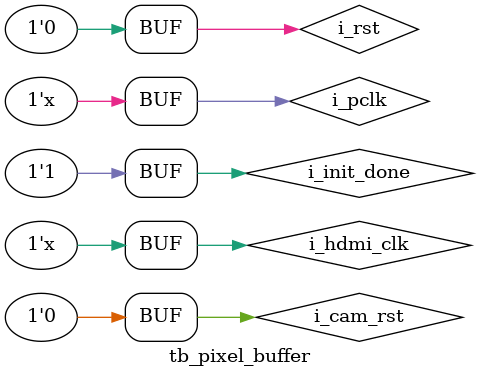
<source format=v>
`timescale 1ns / 1ps
module tb_pixel_buffer ();

    // DUT Input 
	reg         i_hdmi_clk;
	reg         i_rst;
	reg         i_cam_rst;
	reg         i_init_done;
	reg         i_pclk;
	reg [7:0]   i_pdata;
	reg         i_vsync;
	reg         i_href;
	
	// wire [7:0]  o_r8;
	// wire [7:0]  o_g8;
	// wire [7:0]  o_b8;
	wire [23:0] o_rgb8;
	wire        o_rgb8_valid;
	wire        cs_vsync_q;
	wire        cs_frame_valid_q;
	wire        cs_pixel_valid_q;
	wire [15:0] cs_pixel_shift_reg_q;
	wire        cs_d8_to_d16_toggle_q;
	wire [7:0]  cs_r_chan_8b_q;
	wire [7:0]  cs_g_chan_8b_q;
	wire [7:0]  cs_b_chan_8b_q;
	wire        cs_pixel_fifo_wren;
	wire        cs_pixel_fifo_rden;
	wire [15:0] cs_pixel_fifo_dout;
	wire        cs_pixel_fifo_full;
	wire        cs_pixel_fifo_empty;
	wire [4:0]  cs_rd_data_count;
	wire [4:0]  cs_wr_data_count;
	wire        cs_wr_rst_busy;
	wire        cs_rd_rst_busy; 
	wire        cs_rgb8_valid_q;
	
	// TB Signals
	reg [7:0] row_q;
	reg [7:0] col_q;
	
	// Clock and reset generation
	initial i_hdmi_clk = 1'b0;
	always #6.734 i_hdmi_clk = !i_hdmi_clk;
	
	initial i_pclk = 0;
	always #3.367 i_pclk = !i_pclk;
	
	initial i_rst = 1'b1;
	always #134.68 i_rst = 1'b0;
	
	initial i_cam_rst = 1'b1;
	always #67.34 i_cam_rst = 1'b0;
	
	// DUT
	pixel_buffer DUT (
		.i_hdmi_clk           (i_hdmi_clk           ),
		.i_rst                (i_rst                ),
		.i_cam_rst            (i_cam_rst            ),
		.i_init_done          (i_init_done          ),
		.i_pclk               (i_pclk               ),
		.i_pdata              (i_pdata              ),
		.i_vsync              (i_vsync              ),
		.i_href               (i_href               ),
		// .o_r8                 (o_r8                 ),
		// .o_g8                 (o_g8                 ),
		// .o_b8                 (o_b8                 ),
		.o_rgb8               (o_rgb8               ),
		.o_rgb8_valid         (o_rgb8_valid         ),
		.cs_vsync_q           (cs_vsync_q           ),
		.cs_frame_valid_q     (cs_frame_valid_q     ),
		.cs_pixel_valid_q     (cs_pixel_valid_q     ),
		.cs_pixel_shift_reg_q (cs_pixel_shift_reg_q ),
		.cs_d8_to_d16_toggle_q(cs_d8_to_d16_toggle_q),
		.cs_r_chan_8b_q       (cs_r_chan_8b_q       ),
		.cs_g_chan_8b_q       (cs_g_chan_8b_q       ),
		.cs_b_chan_8b_q       (cs_b_chan_8b_q       ),
		.cs_pixel_fifo_wren   (cs_pixel_fifo_wren   ),
		.cs_pixel_fifo_rden   (cs_pixel_fifo_rden   ),
		.cs_pixel_fifo_dout   (cs_pixel_fifo_dout   ),
		.cs_pixel_fifo_full   (cs_pixel_fifo_full   ),
		.cs_pixel_fifo_empty  (cs_pixel_fifo_empty  ),
		.cs_rd_data_count     (cs_rd_data_count     ),
		.cs_wr_data_count     (cs_wr_data_count     ),
		.cs_wr_rst_busy       (cs_wr_rst_busy       ),
		.cs_rd_rst_busy       (cs_rd_rst_busy       ),
		.cs_rgb8_valid_q      (cs_rgb8_valid_q      )
	);
    
    // Stimuli Generation
    initial i_init_done = 1'b0;
    always #100 i_init_done = 1'b1;
	
	always @(posedge i_pclk or posedge i_cam_rst) begin
		if (i_cam_rst) begin
			row_q <= 0;
			col_q <= 0;
		end else begin
			col_q <= col_q + 1;
			if (col_q == 255)
				row_q <= row_q + 1;
		end
	end
    
    always @(posedge i_pclk or posedge i_cam_rst) begin
		if (i_cam_rst)
			i_vsync <= 1'b0;
		else if ((row_q == 0) && (col_q == 0))
			i_vsync <= 1'b1;
		else if ((row_q == 3) && (col_q == 255))
			i_vsync <= 1'b0;
	end
	
	always @(posedge i_pclk or posedge i_cam_rst) begin
		if (i_cam_rst)
			i_href <= 1'b0;
		else if ((row_q > 3) && (col_q < 250)) //5 clks for hsync
			i_href <= 1'b1;
		else
			i_href <= 1'b0;
	end
	
	always @(posedge i_pclk or posedge i_cam_rst) begin
		if (i_cam_rst) begin
			i_pdata <= 16'h0;
		end else if (i_href) begin
			i_pdata <= i_pdata + 1;
		end
	end
	
endmodule
	
	
	
	
	
	
	
	
	
	
	
	
	
	
	
	
	
        
        
</source>
